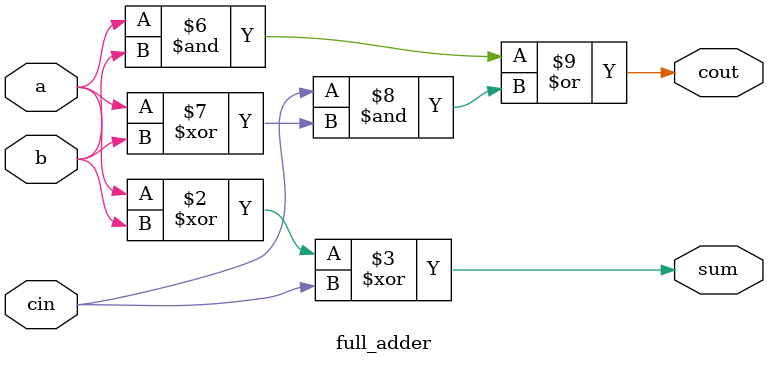
<source format=sv>
`timescale 1ns/1ps

module full_adder(
    input       logic   a,
    input       logic   b,
    input       logic   cin,
    output      logic   cout, 
    output      logic   sum
);
    always_comb begin
        sum = a ^ b ^ cin; 
        cout = (a ^ b)  ? cin  : b;           
        cout = (a & b) | (cin & (a ^ b)); 
    end
endmodule

</source>
